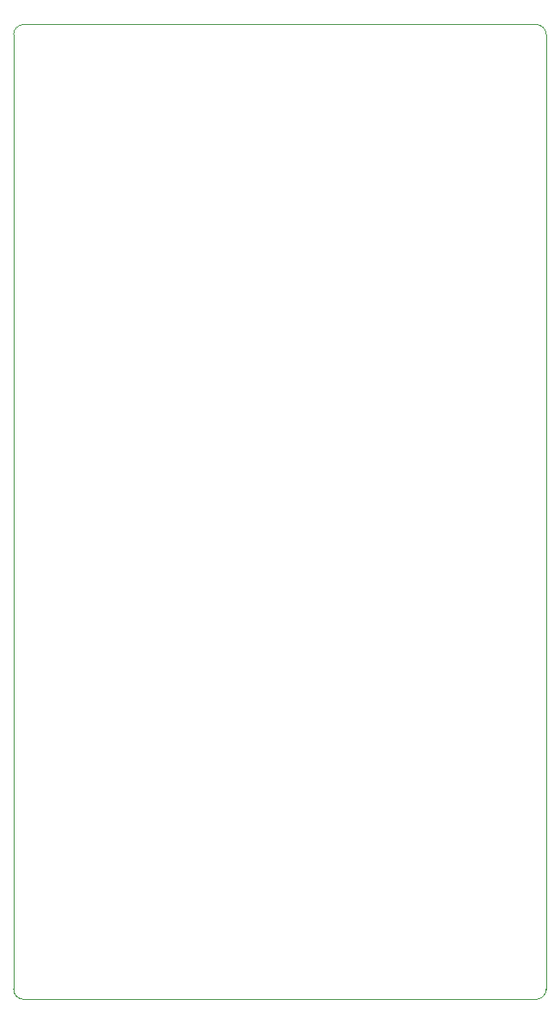
<source format=gbr>
%TF.GenerationSoftware,KiCad,Pcbnew,(5.1.10)-1*%
%TF.CreationDate,2021-05-28T10:13:55+00:00*%
%TF.ProjectId,co2_sensor_node,636f325f-7365-46e7-936f-725f6e6f6465,rev?*%
%TF.SameCoordinates,Original*%
%TF.FileFunction,Profile,NP*%
%FSLAX46Y46*%
G04 Gerber Fmt 4.6, Leading zero omitted, Abs format (unit mm)*
G04 Created by KiCad (PCBNEW (5.1.10)-1) date 2021-05-28 10:13:55*
%MOMM*%
%LPD*%
G01*
G04 APERTURE LIST*
%TA.AperFunction,Profile*%
%ADD10C,0.050000*%
%TD*%
G04 APERTURE END LIST*
D10*
X173000000Y-139000000D02*
G75*
G02*
X172000000Y-140000000I-1000000J0D01*
G01*
X121500000Y-140000000D02*
G75*
G02*
X120500000Y-139000000I0J1000000D01*
G01*
X120500000Y-45000000D02*
G75*
G02*
X121500000Y-44000000I1000000J0D01*
G01*
X172000000Y-44000000D02*
G75*
G02*
X173000000Y-45000000I0J-1000000D01*
G01*
X120500000Y-139000000D02*
X120500000Y-45000000D01*
X172000000Y-140000000D02*
X121500000Y-140000000D01*
X173000000Y-45000000D02*
X173000000Y-139000000D01*
X121500000Y-44000000D02*
X172000000Y-44000000D01*
M02*

</source>
